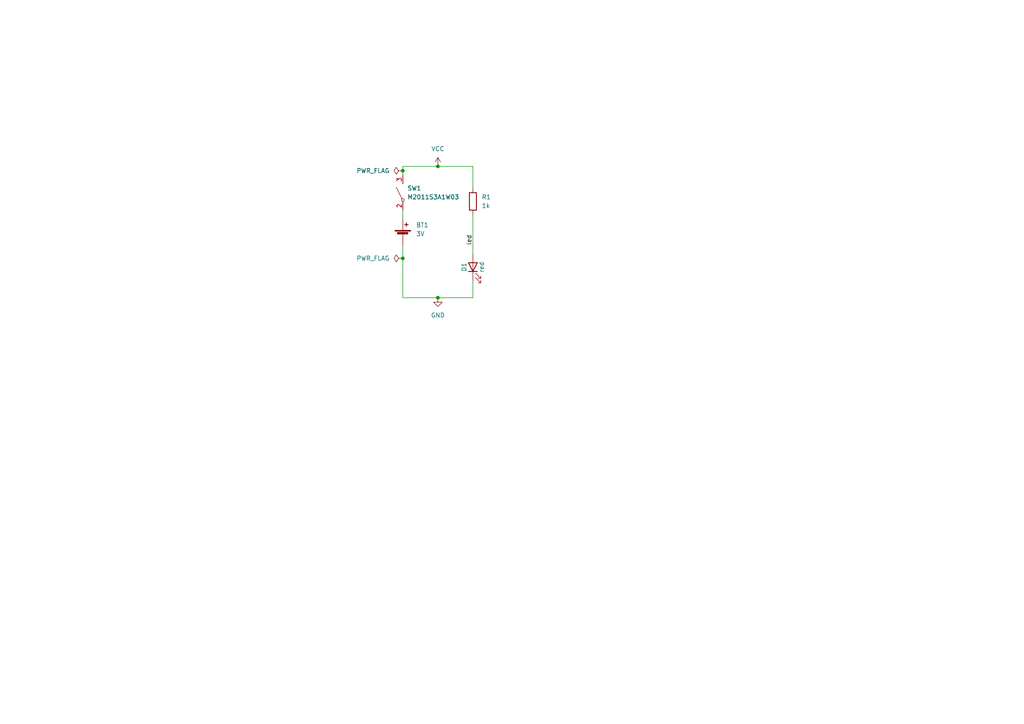
<source format=kicad_sch>
(kicad_sch (version 20211123) (generator eeschema)
  (paper "A4")
  (title_block (title "Getting Started in KiCad 6.0") (date "2023-04-23") (rev "0"))
  (lib_symbols
    (symbol "Device:Battery_Cell" (pin_numbers hide) (pin_names (offset 0) hide)
      (property "Reference" "BT" (at 2.54 2.54 0))
      (property "Value" "Battery_Cell" (at 2.54 0 0))
      (symbol "Battery_Cell_0_1"
        (rectangle (start -2.286 1.778) (end 2.286 1.524) (fill (type outline)))
        (rectangle (start -1.5748 1.1938) (end 1.4732 0.6858) (fill (type outline)))
        (polyline (pts (xy 0 0.762) (xy 0 0)))
        (polyline (pts (xy 0 1.778) (xy 0 2.54)))
        (polyline (pts (xy 0.508 3.429) (xy 1.524 3.429)) (stroke (width 0.254)))
        (polyline (pts (xy 1.016 3.937) (xy 1.016 2.921)) (stroke (width 0.254)))
      )
      (symbol "Battery_Cell_1_1"
        (pin passive line (at 0 5.08 270) (length 2.54) (name "+") (number "1"))
        (pin passive line (at 0 -2.54 90) (length 2.54) (name "-") (number "2"))
      )
    )
    (symbol "Device:LED" (pin_numbers hide) (pin_names (offset 1.016) hide)
      (property "Reference" "D" (at 0 2.54 0))
      (property "Value" "LED" (at 0 -2.54 0))
      (symbol "LED_0_1"
        (polyline (pts (xy -1.27 -1.27) (xy -1.27 1.27)) (stroke (width 0.254)))
        (polyline (pts (xy -1.27 0) (xy 1.27 0)))
        (polyline (pts (xy 1.27 -1.27) (xy 1.27 1.27) (xy -1.27 0) (xy 1.27 -1.27)) (stroke (width 0.254)))
        (polyline (pts (xy -3.048 -0.762) (xy -4.572 -2.286) (xy -3.81 -2.286) (xy -4.572 -2.286) (xy -4.572 -1.524)))
        (polyline (pts (xy -1.778 -0.762) (xy -3.302 -2.286) (xy -2.54 -2.286) (xy -3.302 -2.286) (xy -3.302 -1.524)))
      )
      (symbol "LED_1_1"
        (pin passive line (at -3.81 0 0) (length 2.54) (name "K") (number "1"))
        (pin passive line (at 3.81 0 180) (length 2.54) (name "A") (number "2"))
      )
    )
    (symbol "Device:R" (pin_numbers hide) (pin_names (offset 0))
      (property "Reference" "R" (at 2.032 0 90))
      (property "Value" "R" (at 0 0 90))
      (symbol "R_0_1"
        (rectangle (start -1.016 -2.54) (end 1.016 2.54) (stroke (width 0.254)))
      )
      (symbol "R_1_1"
        (pin passive line (at 0 3.81 270) (length 1.27) (name "~") (number "1"))
        (pin passive line (at 0 -3.81 90) (length 1.27) (name "~") (number "2"))
      )
    )
    (symbol "getting-started:M2011S3A1W03" (pin_names hide)
      (property "Reference" "SW" (at 0 5.08 0))
      (property "Value" "M2011S3A1W03" (at 0 -3.81 0))
      (symbol "M2011S3A1W03_0_1"
        (circle (center -2.1082 0) (radius 0.3869))
        (polyline (pts (xy -1.8288 0.2286) (xy 1.5494 1.905)))
      )
      (symbol "M2011S3A1W03_1_1"
        (pin passive line (at -5.08 0 0) (length 2.54) (name "A") (number "2"))
        (pin passive line (at 5.08 0 180) (length 2.54) (name "B") (number "3"))
      )
    )
    (symbol "power:GND" (power) (pin_names (offset 0))
      (property "Value" "GND" (at 0 -3.81 0))
      (symbol "GND_0_1"
        (polyline (pts (xy 0 0) (xy 0 -1.27) (xy 1.27 -1.27) (xy 0 -2.54) (xy -1.27 -1.27) (xy 0 -1.27)))
      )
      (symbol "GND_1_1"
        (pin power_in line (at 0 0 270) (length 0) hide (name "GND") (number "1"))
      )
    )
    (symbol "power:PWR_FLAG" (power) (pin_numbers hide) (pin_names (offset 0) hide)
      (property "Value" "PWR_FLAG" (at 0 3.81 0))
      (symbol "PWR_FLAG_0_0"
        (pin power_out line (at 0 0 90) (length 0) (name "pwr") (number "1"))
      )
      (symbol "PWR_FLAG_0_1"
        (polyline (pts (xy 0 0) (xy 0 1.27) (xy -1.016 1.905) (xy 0 2.54) (xy 1.016 1.905) (xy 0 1.27)))
      )
    )
    (symbol "power:VCC" (power) (pin_names (offset 0))
      (property "Value" "VCC" (at 0 3.81 0))
      (symbol "VCC_0_1"
        (polyline (pts (xy -0.762 1.27) (xy 0 2.54)))
        (polyline (pts (xy 0 0) (xy 0 2.54)))
        (polyline (pts (xy 0 2.54) (xy 0.762 1.27)))
      )
      (symbol "VCC_1_1"
        (pin power_in line (at 0 0 90) (length 0) hide (name "VCC") (number "1"))
      )
    )
  )
  (junction (at 127 48.26))
  (junction (at 116.84 74.93))
  (junction (at 127 86.36))
  (junction (at 116.84 49.53))
  (wire (pts (xy 137.16 62.23) (xy 137.16 73.66)))
  (wire (pts (xy 116.84 60.96) (xy 116.84 63.5)))
  (wire (pts (xy 137.16 48.26) (xy 137.16 54.61)))
  (wire (pts (xy 127 86.36) (xy 137.16 86.36)))
  (wire (pts (xy 127 48.26) (xy 137.16 48.26)))
  (wire (pts (xy 116.84 71.12) (xy 116.84 74.93)))
  (wire (pts (xy 116.84 86.36) (xy 127 86.36)))
  (wire (pts (xy 116.84 48.26) (xy 127 48.26)))
  (wire (pts (xy 116.84 74.93) (xy 116.84 86.36)))
  (wire (pts (xy 137.16 86.36) (xy 137.16 81.28)))
  (wire (pts (xy 116.84 49.53) (xy 116.84 48.26)))
  (wire (pts (xy 116.84 50.8) (xy 116.84 49.53)))
  (label "led" (at 137.16 71.12 90))
  (symbol (lib_id "power:PWR_FLAG") (at 116.84 49.53 90) (unit 1)
    (property "Reference" "#FLG0101" (effects hide))
    (property "Value" "PWR_FLAG" (at 113.03 49.5299 90) (effects (justify left)))
  )
  (symbol (lib_id "power:VCC") (at 127 48.26 0) (unit 1)
    (property "Reference" "#PWR01" (effects hide))
    (property "Value" "VCC" (at 127 43.18 0))
  )
  (symbol (lib_id "Device:Battery_Cell") (at 116.84 68.58 0) (unit 1)
    (property "Reference" "BT1" (at 120.65 65.2779 0) (effects (justify left)))
    (property "Value" "3V" (at 120.65 67.8179 0) (effects (justify left)))
    (property "Footprint" "Battery:BatteryHolder_Keystone_1058_1x2032" (effects hide))
  )
  (symbol (lib_id "power:GND") (at 127 86.36 0) (unit 1)
    (property "Reference" "#PWR02" (effects hide))
    (property "Value" "GND" (at 127 91.44 0))
  )
  (symbol (lib_id "getting-started:M2011S3A1W03") (at 116.84 55.88 90) (unit 1)
    (property "Reference" "SW1" (at 118.11 54.6099 90) (effects (justify right)))
    (property "Value" "M2011S3A1W03" (at 118.11 57.1499 90) (effects (justify right)))
    (property "Footprint" "getting_started:Switch_Toggle_SPST_NKK_M2011S3A1x03" (effects hide))
  )
  (symbol (lib_id "power:PWR_FLAG") (at 116.84 74.93 90) (unit 1)
    (property "Reference" "#FLG0102" (effects hide))
    (property "Value" "PWR_FLAG" (at 113.03 74.9299 90) (effects (justify left)))
  )
  (symbol (lib_id "Device:LED") (at 137.16 77.47 90) (unit 1)
    (property "Reference" "D1" (at 134.62 77.47 0))
    (property "Value" "red" (at 139.7 77.47 0))
    (property "Footprint" "LED_THT:LED_D5.0mm" (effects hide))
  )
  (symbol (lib_id "Device:R") (at 137.16 58.42 0) (unit 1)
    (property "Reference" "R1" (at 139.7 57.1499 0) (effects (justify left)))
    (property "Value" "1k" (at 139.7 59.6899 0) (effects (justify left)))
    (property "Footprint" "Resistor_THT:R_Axial_DIN0309_L9.0mm_D3.2mm_P12.70mm_Horizontal" (effects hide))
  )
)
</source>
